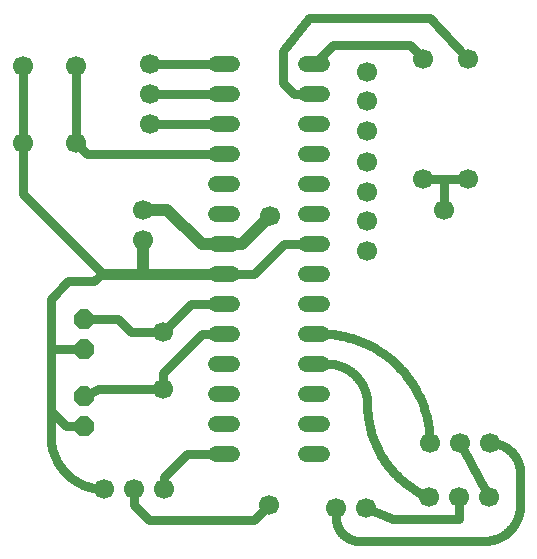
<source format=gbr>
G04 EAGLE Gerber X2 export*
%TF.Part,Single*%
%TF.FileFunction,Copper,L2,Bot,Mixed*%
%TF.FilePolarity,Positive*%
%TF.GenerationSoftware,Autodesk,EAGLE,8.6.0*%
%TF.CreationDate,2018-07-05T08:11:59Z*%
G75*
%MOMM*%
%FSLAX34Y34*%
%LPD*%
%AMOC8*
5,1,8,0,0,1.08239X$1,22.5*%
G01*
%ADD10C,1.320800*%
%ADD11C,1.700000*%
%ADD12P,1.814519X8X292.500000*%
%ADD13C,0.800000*%
%ADD14C,0.900000*%
%ADD15C,1.000000*%


D10*
X826296Y211100D02*
X839504Y211100D01*
X839504Y185700D02*
X826296Y185700D01*
X826296Y58700D02*
X839504Y58700D01*
X839504Y33300D02*
X826296Y33300D01*
X826296Y160300D02*
X839504Y160300D01*
X839504Y134900D02*
X826296Y134900D01*
X826296Y84100D02*
X839504Y84100D01*
X839504Y109500D02*
X826296Y109500D01*
X826296Y7900D02*
X839504Y7900D01*
X839504Y-17500D02*
X826296Y-17500D01*
X826296Y-42900D02*
X839504Y-42900D01*
X839504Y-68300D02*
X826296Y-68300D01*
X826296Y-93700D02*
X839504Y-93700D01*
X839504Y-119100D02*
X826296Y-119100D01*
X902496Y-119100D02*
X915704Y-119100D01*
X915704Y-93700D02*
X902496Y-93700D01*
X902496Y-68300D02*
X915704Y-68300D01*
X915704Y-42900D02*
X902496Y-42900D01*
X902496Y-17500D02*
X915704Y-17500D01*
X915704Y7900D02*
X902496Y7900D01*
X902496Y33300D02*
X915704Y33300D01*
X915704Y58700D02*
X902496Y58700D01*
X902496Y84100D02*
X915704Y84100D01*
X915704Y109500D02*
X902496Y109500D01*
X902496Y134900D02*
X915704Y134900D01*
X915704Y160300D02*
X902496Y160300D01*
X902496Y185700D02*
X915704Y185700D01*
X915704Y211100D02*
X902496Y211100D01*
D11*
X764500Y87600D03*
X764500Y62100D03*
X756500Y-149000D03*
X782000Y-149000D03*
X731000Y-149000D03*
X1032500Y-110000D03*
X1058000Y-110000D03*
X1007000Y-110000D03*
X1032000Y-156000D03*
X1057500Y-156000D03*
X1006500Y-156000D03*
X770000Y185500D03*
X770000Y211000D03*
X770000Y160000D03*
X954000Y102750D03*
X954000Y128250D03*
X954000Y153750D03*
X954000Y179250D03*
X954000Y204250D03*
X954000Y77750D03*
X954000Y52250D03*
X1001000Y215300D03*
X1001000Y113700D03*
X1039000Y214800D03*
X1039000Y113200D03*
D12*
X714000Y-70300D03*
X714000Y-95700D03*
D11*
X781000Y-64630D03*
X781000Y-16370D03*
X707500Y144000D03*
X662500Y144000D03*
X662500Y209000D03*
X707500Y209000D03*
D12*
X714500Y-5300D03*
X714500Y-30700D03*
D11*
X953100Y-165000D03*
X927600Y-165000D03*
D13*
X662500Y144000D02*
X662500Y209000D01*
X883700Y58700D02*
X909100Y58700D01*
X883700Y58700D02*
X858300Y33300D01*
X832900Y33300D01*
D14*
X764500Y33300D01*
D15*
X764500Y62100D01*
D13*
X662500Y101000D02*
X662500Y144000D01*
D14*
X730200Y33300D02*
X764500Y33300D01*
D13*
X730200Y33300D02*
X662500Y101000D01*
X698700Y-95700D02*
X714000Y-95700D01*
X698700Y-95700D02*
X686000Y-83000D01*
X686000Y-30700D01*
X714500Y-30700D01*
X729300Y33300D02*
X730200Y33300D01*
X729300Y33300D02*
X723000Y27000D01*
X701000Y27000D01*
X686000Y12000D02*
X686000Y-30700D01*
X686000Y12000D02*
X701000Y27000D01*
X686000Y-104000D02*
X686013Y-105087D01*
X686053Y-106174D01*
X686118Y-107260D01*
X686210Y-108343D01*
X686328Y-109424D01*
X686472Y-110502D01*
X686642Y-111576D01*
X686838Y-112646D01*
X687060Y-113710D01*
X687308Y-114769D01*
X687581Y-115822D01*
X687879Y-116868D01*
X688202Y-117906D01*
X688551Y-118936D01*
X688924Y-119957D01*
X689322Y-120969D01*
X689744Y-121971D01*
X690191Y-122963D01*
X690661Y-123944D01*
X691154Y-124913D01*
X691671Y-125869D01*
X692211Y-126813D01*
X692774Y-127744D01*
X693359Y-128661D01*
X693966Y-129563D01*
X694594Y-130450D01*
X695244Y-131322D01*
X695915Y-132178D01*
X696606Y-133018D01*
X697317Y-133841D01*
X698048Y-134646D01*
X698798Y-135433D01*
X699567Y-136202D01*
X700354Y-136952D01*
X701159Y-137683D01*
X701982Y-138394D01*
X702822Y-139085D01*
X703678Y-139756D01*
X704550Y-140406D01*
X705437Y-141034D01*
X706339Y-141641D01*
X707256Y-142226D01*
X708187Y-142789D01*
X709131Y-143329D01*
X710087Y-143846D01*
X711056Y-144339D01*
X712037Y-144809D01*
X713029Y-145256D01*
X714031Y-145678D01*
X715043Y-146076D01*
X716064Y-146449D01*
X717094Y-146798D01*
X718132Y-147121D01*
X719178Y-147419D01*
X720231Y-147692D01*
X721290Y-147940D01*
X722354Y-148162D01*
X723424Y-148358D01*
X724498Y-148528D01*
X725576Y-148672D01*
X726657Y-148790D01*
X727740Y-148882D01*
X728826Y-148947D01*
X729913Y-148987D01*
X731000Y-149000D01*
X686000Y-104000D02*
X686000Y-83000D01*
X1001000Y215300D02*
X1001000Y216000D01*
X990000Y227000D01*
X925000Y227000D02*
X909100Y211100D01*
X925000Y227000D02*
X990000Y227000D01*
X1007300Y249500D02*
X1039000Y214800D01*
X904500Y249500D02*
X883000Y222000D01*
X883000Y194500D01*
X891800Y185700D02*
X909100Y185700D01*
X904500Y249500D02*
X1007300Y249500D01*
X891800Y185700D02*
X883000Y194500D01*
X909100Y-17500D02*
X914500Y-17500D01*
X916735Y-17527D01*
X918969Y-17608D01*
X921200Y-17743D01*
X923428Y-17932D01*
X925650Y-18174D01*
X927865Y-18471D01*
X930073Y-18820D01*
X932272Y-19223D01*
X934460Y-19679D01*
X936637Y-20188D01*
X938800Y-20749D01*
X940950Y-21362D01*
X943084Y-22027D01*
X945201Y-22744D01*
X947301Y-23511D01*
X949381Y-24329D01*
X951441Y-25197D01*
X953480Y-26114D01*
X955495Y-27081D01*
X957487Y-28095D01*
X959453Y-29158D01*
X961394Y-30268D01*
X963307Y-31424D01*
X965191Y-32627D01*
X967046Y-33874D01*
X968870Y-35166D01*
X970663Y-36502D01*
X972422Y-37880D01*
X974148Y-39301D01*
X975839Y-40763D01*
X977494Y-42265D01*
X979112Y-43807D01*
X980693Y-45388D01*
X982235Y-47006D01*
X983737Y-48661D01*
X985199Y-50352D01*
X986620Y-52078D01*
X987998Y-53837D01*
X989334Y-55630D01*
X990626Y-57454D01*
X991873Y-59309D01*
X993076Y-61193D01*
X994232Y-63106D01*
X995342Y-65047D01*
X996405Y-67013D01*
X997419Y-69005D01*
X998386Y-71020D01*
X999303Y-73059D01*
X1000171Y-75119D01*
X1000989Y-77199D01*
X1001756Y-79299D01*
X1002473Y-81416D01*
X1003138Y-83550D01*
X1003751Y-85700D01*
X1004312Y-87863D01*
X1004821Y-90040D01*
X1005277Y-92228D01*
X1005680Y-94427D01*
X1006029Y-96635D01*
X1006326Y-98850D01*
X1006568Y-101072D01*
X1006757Y-103300D01*
X1006892Y-105531D01*
X1006973Y-107765D01*
X1007000Y-110000D01*
X707500Y144000D02*
X707500Y209000D01*
X707500Y144000D02*
X716600Y134900D01*
X832900Y134900D01*
X832600Y160000D02*
X770000Y160000D01*
X832600Y160000D02*
X832900Y160300D01*
X832800Y211000D02*
X770000Y211000D01*
X832800Y211000D02*
X832900Y211100D01*
X832700Y185500D02*
X770000Y185500D01*
X832700Y185500D02*
X832900Y185700D01*
X782000Y-138500D02*
X782000Y-149000D01*
X801400Y-119100D02*
X832900Y-119100D01*
X801400Y-119100D02*
X782000Y-138500D01*
X909100Y-42900D02*
X919900Y-42900D01*
X920724Y-42910D01*
X921547Y-42940D01*
X922370Y-42990D01*
X923191Y-43059D01*
X924010Y-43149D01*
X924827Y-43258D01*
X925641Y-43387D01*
X926452Y-43535D01*
X927258Y-43703D01*
X928061Y-43891D01*
X928858Y-44098D01*
X929651Y-44324D01*
X930437Y-44569D01*
X931218Y-44833D01*
X931992Y-45116D01*
X932759Y-45417D01*
X933518Y-45737D01*
X934270Y-46076D01*
X935013Y-46432D01*
X935747Y-46806D01*
X936472Y-47198D01*
X937187Y-47607D01*
X937893Y-48033D01*
X938587Y-48476D01*
X939271Y-48936D01*
X939943Y-49413D01*
X940604Y-49905D01*
X941253Y-50413D01*
X941889Y-50937D01*
X942512Y-51476D01*
X943123Y-52030D01*
X943719Y-52598D01*
X944302Y-53181D01*
X944870Y-53777D01*
X945424Y-54388D01*
X945963Y-55011D01*
X946487Y-55647D01*
X946995Y-56296D01*
X947487Y-56957D01*
X947964Y-57629D01*
X948424Y-58313D01*
X948867Y-59007D01*
X949293Y-59713D01*
X949702Y-60428D01*
X950094Y-61153D01*
X950468Y-61887D01*
X950824Y-62630D01*
X951163Y-63382D01*
X951483Y-64141D01*
X951784Y-64908D01*
X952067Y-65682D01*
X952331Y-66463D01*
X952576Y-67249D01*
X952802Y-68042D01*
X953009Y-68839D01*
X953197Y-69642D01*
X953365Y-70448D01*
X953513Y-71259D01*
X953642Y-72073D01*
X953751Y-72890D01*
X953841Y-73709D01*
X953910Y-74530D01*
X953960Y-75353D01*
X953990Y-76176D01*
X954000Y-77000D01*
X954026Y-79094D01*
X954102Y-81187D01*
X954230Y-83277D01*
X954409Y-85363D01*
X954639Y-87445D01*
X954920Y-89520D01*
X955251Y-91588D01*
X955633Y-93647D01*
X956064Y-95696D01*
X956546Y-97734D01*
X957078Y-99759D01*
X957659Y-101771D01*
X958288Y-103768D01*
X958967Y-105749D01*
X959693Y-107713D01*
X960468Y-109659D01*
X961290Y-111585D01*
X962158Y-113491D01*
X963073Y-115374D01*
X964034Y-117235D01*
X965039Y-119072D01*
X966090Y-120883D01*
X967184Y-122669D01*
X968322Y-124427D01*
X969502Y-126157D01*
X970724Y-127857D01*
X971988Y-129527D01*
X973292Y-131166D01*
X974635Y-132772D01*
X976017Y-134345D01*
X977438Y-135884D01*
X978895Y-137388D01*
X980389Y-138855D01*
X981918Y-140286D01*
X983482Y-141679D01*
X985079Y-143033D01*
X986709Y-144347D01*
X988371Y-145622D01*
X990063Y-146856D01*
X991785Y-148047D01*
X993535Y-149197D01*
X995313Y-150303D01*
X997118Y-151365D01*
X998948Y-152384D01*
X1000802Y-153357D01*
X1002680Y-154284D01*
X1004579Y-155165D01*
X1006500Y-156000D01*
X1057500Y-156000D02*
X1032500Y-110000D01*
D11*
X870500Y-162500D03*
D15*
X848200Y58700D02*
X832900Y58700D01*
D11*
X871500Y82000D03*
D15*
X852750Y63250D02*
X848200Y58700D01*
X852750Y63250D02*
X871500Y82000D01*
X832900Y58700D02*
X813800Y58700D01*
X784900Y87600D02*
X764500Y87600D01*
X784900Y87600D02*
X813800Y58700D01*
D13*
X756500Y-149000D02*
X756500Y-162500D01*
X769000Y-175000D01*
X858000Y-175000D01*
X870500Y-162500D01*
D11*
X1019000Y87500D03*
D13*
X1019000Y113200D02*
X1039000Y113200D01*
X1019000Y113200D02*
X1019000Y87500D01*
X1019000Y113200D02*
X1001000Y113700D01*
X832900Y7900D02*
X805270Y7900D01*
X781000Y-16370D01*
X753870Y-16370D01*
X742800Y-5300D02*
X714500Y-5300D01*
X742800Y-5300D02*
X753870Y-16370D01*
X814500Y-17500D02*
X832900Y-17500D01*
X781000Y-51000D02*
X781000Y-64630D01*
X781000Y-51000D02*
X814500Y-17500D01*
X781000Y-64630D02*
X726670Y-64630D01*
X714000Y-70300D01*
X927600Y-165000D02*
X927600Y-173100D01*
X927606Y-173581D01*
X927623Y-174061D01*
X927652Y-174541D01*
X927693Y-175021D01*
X927745Y-175499D01*
X927809Y-175975D01*
X927884Y-176450D01*
X927971Y-176923D01*
X928069Y-177394D01*
X928178Y-177862D01*
X928299Y-178328D01*
X928431Y-178790D01*
X928574Y-179249D01*
X928728Y-179705D01*
X928893Y-180157D01*
X929069Y-180604D01*
X929256Y-181047D01*
X929453Y-181486D01*
X929661Y-181920D01*
X929879Y-182348D01*
X930108Y-182771D01*
X930347Y-183189D01*
X930596Y-183600D01*
X930854Y-184005D01*
X931123Y-184404D01*
X931401Y-184797D01*
X931688Y-185183D01*
X931984Y-185561D01*
X932290Y-185932D01*
X932605Y-186296D01*
X932928Y-186652D01*
X933260Y-187000D01*
X933600Y-187340D01*
X933948Y-187672D01*
X934304Y-187995D01*
X934668Y-188310D01*
X935039Y-188616D01*
X935417Y-188912D01*
X935803Y-189199D01*
X936196Y-189477D01*
X936595Y-189746D01*
X937000Y-190004D01*
X937411Y-190253D01*
X937829Y-190492D01*
X938252Y-190721D01*
X938680Y-190939D01*
X939114Y-191147D01*
X939553Y-191344D01*
X939996Y-191531D01*
X940443Y-191707D01*
X940895Y-191872D01*
X941351Y-192026D01*
X941810Y-192169D01*
X942272Y-192301D01*
X942738Y-192422D01*
X943206Y-192531D01*
X943677Y-192629D01*
X944150Y-192716D01*
X944625Y-192791D01*
X945101Y-192855D01*
X945579Y-192907D01*
X946059Y-192948D01*
X946539Y-192977D01*
X947019Y-192994D01*
X947500Y-193000D01*
X1053000Y-193000D01*
X1053737Y-192991D01*
X1054474Y-192964D01*
X1055209Y-192920D01*
X1055944Y-192858D01*
X1056676Y-192778D01*
X1057407Y-192680D01*
X1058135Y-192565D01*
X1058860Y-192432D01*
X1059581Y-192281D01*
X1060299Y-192114D01*
X1061013Y-191929D01*
X1061721Y-191726D01*
X1062425Y-191507D01*
X1063123Y-191271D01*
X1063815Y-191018D01*
X1064501Y-190748D01*
X1065181Y-190462D01*
X1065853Y-190160D01*
X1066517Y-189841D01*
X1067174Y-189506D01*
X1067822Y-189156D01*
X1068462Y-188790D01*
X1069093Y-188409D01*
X1069714Y-188012D01*
X1070326Y-187601D01*
X1070927Y-187175D01*
X1071518Y-186735D01*
X1072099Y-186280D01*
X1072668Y-185812D01*
X1073225Y-185330D01*
X1073771Y-184834D01*
X1074305Y-184326D01*
X1074826Y-183805D01*
X1075334Y-183271D01*
X1075830Y-182725D01*
X1076312Y-182168D01*
X1076780Y-181599D01*
X1077235Y-181018D01*
X1077675Y-180427D01*
X1078101Y-179826D01*
X1078512Y-179214D01*
X1078909Y-178593D01*
X1079290Y-177962D01*
X1079656Y-177322D01*
X1080006Y-176674D01*
X1080341Y-176017D01*
X1080660Y-175353D01*
X1080962Y-174681D01*
X1081248Y-174001D01*
X1081518Y-173315D01*
X1081771Y-172623D01*
X1082007Y-171925D01*
X1082226Y-171221D01*
X1082429Y-170513D01*
X1082614Y-169799D01*
X1082781Y-169081D01*
X1082932Y-168360D01*
X1083065Y-167635D01*
X1083180Y-166907D01*
X1083278Y-166176D01*
X1083358Y-165444D01*
X1083420Y-164709D01*
X1083464Y-163974D01*
X1083491Y-163237D01*
X1083500Y-162500D01*
X1083500Y-135500D01*
X1083493Y-134884D01*
X1083470Y-134268D01*
X1083433Y-133653D01*
X1083381Y-133039D01*
X1083314Y-132426D01*
X1083232Y-131816D01*
X1083136Y-131207D01*
X1083025Y-130601D01*
X1082899Y-129998D01*
X1082759Y-129397D01*
X1082604Y-128801D01*
X1082435Y-128208D01*
X1082252Y-127620D01*
X1082054Y-127036D01*
X1081843Y-126458D01*
X1081617Y-125884D01*
X1081378Y-125316D01*
X1081125Y-124754D01*
X1080859Y-124199D01*
X1080579Y-123650D01*
X1080286Y-123107D01*
X1079980Y-122573D01*
X1079661Y-122045D01*
X1079330Y-121526D01*
X1078986Y-121014D01*
X1078630Y-120511D01*
X1078262Y-120017D01*
X1077882Y-119532D01*
X1077490Y-119057D01*
X1077087Y-118590D01*
X1076673Y-118134D01*
X1076248Y-117688D01*
X1075812Y-117252D01*
X1075366Y-116827D01*
X1074910Y-116413D01*
X1074443Y-116010D01*
X1073968Y-115618D01*
X1073483Y-115238D01*
X1072989Y-114870D01*
X1072486Y-114514D01*
X1071974Y-114170D01*
X1071455Y-113839D01*
X1070927Y-113520D01*
X1070393Y-113214D01*
X1069850Y-112921D01*
X1069301Y-112641D01*
X1068746Y-112375D01*
X1068184Y-112122D01*
X1067616Y-111883D01*
X1067042Y-111657D01*
X1066464Y-111446D01*
X1065880Y-111248D01*
X1065292Y-111065D01*
X1064699Y-110896D01*
X1064103Y-110741D01*
X1063502Y-110601D01*
X1062899Y-110475D01*
X1062293Y-110364D01*
X1061684Y-110268D01*
X1061074Y-110186D01*
X1060461Y-110119D01*
X1059847Y-110067D01*
X1059232Y-110030D01*
X1058616Y-110007D01*
X1058000Y-110000D01*
X975600Y-174000D02*
X953100Y-165000D01*
X1032000Y-174000D02*
X1032000Y-156000D01*
X1032000Y-174000D02*
X975600Y-174000D01*
M02*

</source>
